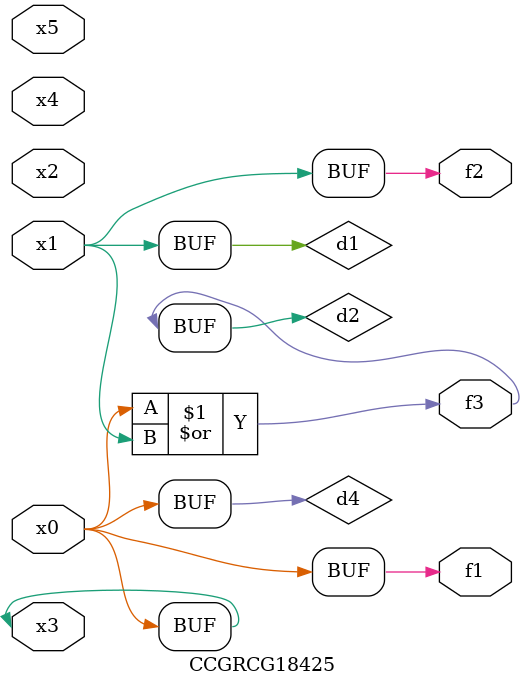
<source format=v>
module CCGRCG18425(
	input x0, x1, x2, x3, x4, x5,
	output f1, f2, f3
);

	wire d1, d2, d3, d4;

	and (d1, x1);
	or (d2, x0, x1);
	nand (d3, x0, x5);
	buf (d4, x0, x3);
	assign f1 = d4;
	assign f2 = d1;
	assign f3 = d2;
endmodule

</source>
